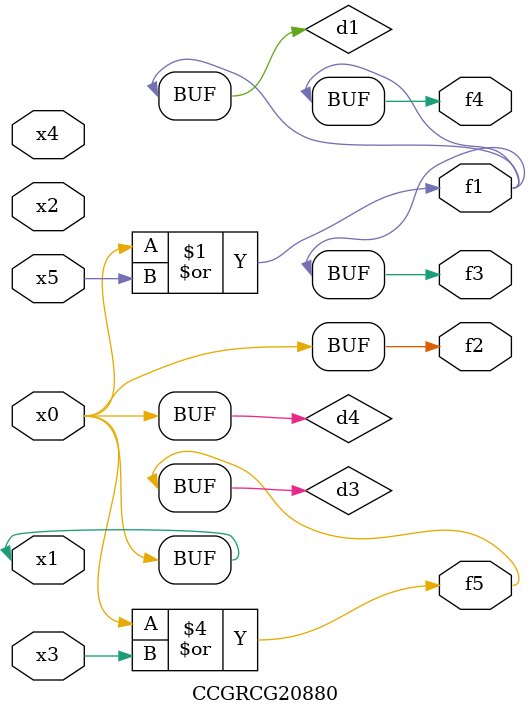
<source format=v>
module CCGRCG20880(
	input x0, x1, x2, x3, x4, x5,
	output f1, f2, f3, f4, f5
);

	wire d1, d2, d3, d4;

	or (d1, x0, x5);
	xnor (d2, x1, x4);
	or (d3, x0, x3);
	buf (d4, x0, x1);
	assign f1 = d1;
	assign f2 = d4;
	assign f3 = d1;
	assign f4 = d1;
	assign f5 = d3;
endmodule

</source>
